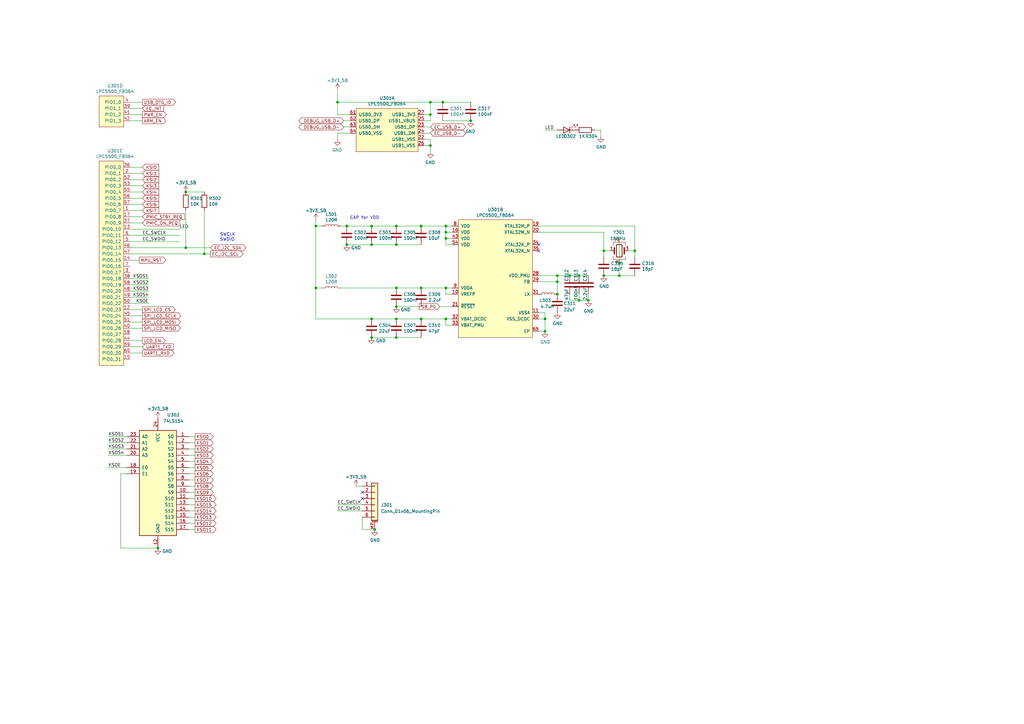
<source format=kicad_sch>
(kicad_sch (version 20210621) (generator eeschema)
  (paper "A3")
  (title_block (title "NekoInk Mainboard") (date "2021-08-18") (rev "R0.1") (company "Copyright 2021 Wenting Zhang") (comment 2 "MERCHANTABILITY, SATISFACTORY QUALITY AND FITNESS FOR A PARTICULAR PURPOSE.") (comment 3 "This source is distributed WITHOUT ANY EXPRESS OR IMPLIED WARRANTY, INCLUDING OF") (comment 4 "This source describes Open Hardware and is licensed under the CERN-OHL-P v2."))
  (lib_symbols
    (symbol "74xx:74LS154" (pin_names (offset 1.016))
      (property "Reference" "U" (at -7.62 21.59 0))
      (property "Value" "74LS154" (at -7.62 -24.13 0))
      (symbol "74LS154_1_0"
        (pin output line (at 12.7 17.78 180) (length 5.08) (name "S0") (number "1"))
        (pin output line (at 12.7 -5.08 180) (length 5.08) (name "S9") (number "10"))
        (pin output line (at 12.7 -7.62 180) (length 5.08) (name "S10") (number "11"))
        (pin power_in line (at 0 -27.94 90) (length 5.08) (name "GND") (number "12"))
        (pin output line (at 12.7 -10.16 180) (length 5.08) (name "S11") (number "13"))
        (pin output line (at 12.7 -12.7 180) (length 5.08) (name "S12") (number "14"))
        (pin output line (at 12.7 -15.24 180) (length 5.08) (name "S13") (number "15"))
        (pin output line (at 12.7 -17.78 180) (length 5.08) (name "S14") (number "16"))
        (pin output line (at 12.7 -20.32 180) (length 5.08) (name "S15") (number "17"))
        (pin input line (at -12.7 5.08 0) (length 5.08) (name "E0") (number "18"))
        (pin input line (at -12.7 2.54 0) (length 5.08) (name "E1") (number "19"))
        (pin output line (at 12.7 15.24 180) (length 5.08) (name "S1") (number "2"))
        (pin input line (at -12.7 10.16 0) (length 5.08) (name "A3") (number "20"))
        (pin input line (at -12.7 12.7 0) (length 5.08) (name "A2") (number "21"))
        (pin input line (at -12.7 15.24 0) (length 5.08) (name "A1") (number "22"))
        (pin input line (at -12.7 17.78 0) (length 5.08) (name "A0") (number "23"))
        (pin power_in line (at 0 25.4 270) (length 5.08) (name "VCC") (number "24"))
        (pin output line (at 12.7 12.7 180) (length 5.08) (name "S2") (number "3"))
        (pin output line (at 12.7 10.16 180) (length 5.08) (name "S3") (number "4"))
        (pin output line (at 12.7 7.62 180) (length 5.08) (name "S4") (number "5"))
        (pin output line (at 12.7 5.08 180) (length 5.08) (name "S5") (number "6"))
        (pin output line (at 12.7 2.54 180) (length 5.08) (name "S6") (number "7"))
        (pin output line (at 12.7 0 180) (length 5.08) (name "S7") (number "8"))
        (pin output line (at 12.7 -2.54 180) (length 5.08) (name "S8") (number "9"))
      )
      (symbol "74LS154_1_1"
        (rectangle (start -7.62 20.32) (end 7.62 -22.86) (stroke (width 0.254)) (fill (type background)))
      )
    )
    (symbol "Connector_Generic_MountingPin:Conn_01x06_MountingPin" (pin_names (offset 1.016) hide)
      (property "Reference" "J" (at 0 7.62 0))
      (property "Value" "Conn_01x06_MountingPin" (at 1.27 -10.16 0))
      (symbol "Conn_01x06_MountingPin_1_1"
        (text "Mounting" (at 0 -9.271 0) (effects (font (size 0.381 0.381))))
        (rectangle (start -1.27 -7.493) (end 0 -7.747) (stroke (width 0.1524)))
        (rectangle (start -1.27 -4.953) (end 0 -5.207) (stroke (width 0.1524)))
        (rectangle (start -1.27 -2.413) (end 0 -2.667) (stroke (width 0.1524)))
        (rectangle (start -1.27 0.127) (end 0 -0.127) (stroke (width 0.1524)))
        (rectangle (start -1.27 2.667) (end 0 2.413) (stroke (width 0.1524)))
        (rectangle (start -1.27 5.207) (end 0 4.953) (stroke (width 0.1524)))
        (rectangle (start -1.27 6.35) (end 1.27 -8.89) (stroke (width 0.254)) (fill (type background)))
        (polyline (pts (xy -1.016 -9.652) (xy 1.016 -9.652)) (stroke (width 0.1524)))
        (pin passive line (at -5.08 5.08 0) (length 3.81) (name "Pin_1") (number "1"))
        (pin passive line (at -5.08 2.54 0) (length 3.81) (name "Pin_2") (number "2"))
        (pin passive line (at -5.08 0 0) (length 3.81) (name "Pin_3") (number "3"))
        (pin passive line (at -5.08 -2.54 0) (length 3.81) (name "Pin_4") (number "4"))
        (pin passive line (at -5.08 -5.08 0) (length 3.81) (name "Pin_5") (number "5"))
        (pin passive line (at -5.08 -7.62 0) (length 3.81) (name "Pin_6") (number "6"))
        (pin passive line (at 0 -12.7 90) (length 3.048) (name "MountPin") (number "MP"))
      )
    )
    (symbol "Device:C" (pin_numbers hide) (pin_names (offset 0.254))
      (property "Reference" "C" (at 0.635 2.54 0))
      (property "Value" "C" (at 0.635 -2.54 0))
      (symbol "C_0_1"
        (polyline (pts (xy -2.032 -0.762) (xy 2.032 -0.762)) (stroke (width 0.508)))
        (polyline (pts (xy -2.032 0.762) (xy 2.032 0.762)) (stroke (width 0.508)))
      )
      (symbol "C_1_1"
        (pin passive line (at 0 3.81 270) (length 2.794) (name "~") (number "1"))
        (pin passive line (at 0 -3.81 90) (length 2.794) (name "~") (number "2"))
      )
    )
    (symbol "Device:Crystal_GND24" (pin_names (offset 1.016) hide)
      (property "Reference" "Y" (at 3.175 5.08 0))
      (property "Value" "Crystal_GND24" (at 3.175 3.175 0))
      (symbol "Crystal_GND24_0_1"
        (rectangle (start -1.143 2.54) (end 1.143 -2.54) (stroke (width 0.3048)))
        (polyline (pts (xy -2.54 0) (xy -2.032 0)))
        (polyline (pts (xy -2.032 -1.27) (xy -2.032 1.27)) (stroke (width 0.508)))
        (polyline (pts (xy 0 -3.81) (xy 0 -3.556)))
        (polyline (pts (xy 0 3.556) (xy 0 3.81)))
        (polyline (pts (xy 2.032 -1.27) (xy 2.032 1.27)) (stroke (width 0.508)))
        (polyline (pts (xy 2.032 0) (xy 2.54 0)))
        (polyline (pts (xy -2.54 -2.286) (xy -2.54 -3.556) (xy 2.54 -3.556) (xy 2.54 -2.286)))
        (polyline (pts (xy -2.54 2.286) (xy -2.54 3.556) (xy 2.54 3.556) (xy 2.54 2.286)))
      )
      (symbol "Crystal_GND24_1_1"
        (pin passive line (at -3.81 0 0) (length 1.27) (name "1") (number "1"))
        (pin passive line (at 0 5.08 270) (length 1.27) (name "2") (number "2"))
        (pin passive line (at 3.81 0 180) (length 1.27) (name "3") (number "3"))
        (pin passive line (at 0 -5.08 90) (length 1.27) (name "4") (number "4"))
      )
    )
    (symbol "Device:L" (pin_numbers hide) (pin_names (offset 1.016) hide)
      (property "Reference" "L" (at -1.27 0 90))
      (property "Value" "L" (at 1.905 0 90))
      (symbol "L_0_1"
        (arc (start 0 -2.54) (end 0 -1.27) (radius (at 0 -1.905) (length 0.635) (angles -89.9 89.9)))
        (arc (start 0 -1.27) (end 0 0) (radius (at 0 -0.635) (length 0.635) (angles -89.9 89.9)))
        (arc (start 0 0) (end 0 1.27) (radius (at 0 0.635) (length 0.635) (angles -89.9 89.9)))
        (arc (start 0 1.27) (end 0 2.54) (radius (at 0 1.905) (length 0.635) (angles -89.9 89.9)))
      )
      (symbol "L_1_1"
        (pin passive line (at 0 3.81 270) (length 1.27) (name "1") (number "1"))
        (pin passive line (at 0 -3.81 90) (length 1.27) (name "2") (number "2"))
      )
    )
    (symbol "Device:LED" (pin_numbers hide) (pin_names (offset 1.016) hide)
      (property "Reference" "D" (at 0 2.54 0))
      (property "Value" "LED" (at 0 -2.54 0))
      (symbol "LED_0_1"
        (polyline (pts (xy -1.27 -1.27) (xy -1.27 1.27)) (stroke (width 0.254)))
        (polyline (pts (xy -1.27 0) (xy 1.27 0)))
        (polyline (pts (xy 1.27 -1.27) (xy 1.27 1.27) (xy -1.27 0) (xy 1.27 -1.27)) (stroke (width 0.254)))
        (polyline (pts (xy -3.048 -0.762) (xy -4.572 -2.286) (xy -3.81 -2.286) (xy -4.572 -2.286) (xy -4.572 -1.524)))
        (polyline (pts (xy -1.778 -0.762) (xy -3.302 -2.286) (xy -2.54 -2.286) (xy -3.302 -2.286) (xy -3.302 -1.524)))
      )
      (symbol "LED_1_1"
        (pin passive line (at -3.81 0 0) (length 2.54) (name "K") (number "1"))
        (pin passive line (at 3.81 0 180) (length 2.54) (name "A") (number "2"))
      )
    )
    (symbol "Device:R" (pin_numbers hide) (pin_names (offset 0))
      (property "Reference" "R" (at 2.032 0 90))
      (property "Value" "R" (at 0 0 90))
      (symbol "R_0_1"
        (rectangle (start -1.016 -2.54) (end 1.016 2.54) (stroke (width 0.254)))
      )
      (symbol "R_1_1"
        (pin passive line (at 0 3.81 270) (length 1.27) (name "~") (number "1"))
        (pin passive line (at 0 -3.81 90) (length 1.27) (name "~") (number "2"))
      )
    )
    (symbol "power:GND" (power) (pin_names (offset 0))
      (property "Value" "GND" (at 0 -3.81 0))
      (symbol "GND_0_1"
        (polyline (pts (xy 0 0) (xy 0 -1.27) (xy 1.27 -1.27) (xy 0 -2.54) (xy -1.27 -1.27) (xy 0 -1.27)))
      )
      (symbol "GND_1_1"
        (pin power_in line (at 0 0 270) (length 0) hide (name "GND") (number "1"))
      )
    )
    (symbol "symbols:+3V3_SB" (power) (pin_names (offset 0))
      (property "Value" "+3V3_SB" (at 0 3.556 0))
      (symbol "+3V3_SB_0_1"
        (polyline (pts (xy -0.762 1.27) (xy 0 2.54)))
        (polyline (pts (xy 0 0) (xy 0 2.54)))
        (polyline (pts (xy 0 2.54) (xy 0.762 1.27)))
      )
      (symbol "+3V3_SB_1_1"
        (pin power_in line (at 0 0 90) (length 0) hide (name "+3V3_SB") (number "1"))
      )
    )
    (symbol "symbols:LPC5500_FBD64" (pin_names (offset 1.016))
      (property "Reference" "U" (at 0 10.16 0))
      (property "Value" "LPC5500_FBD64" (at 0 12.7 0))
      (symbol "LPC5500_FBD64_1_1"
        (rectangle (start -12.7 7.62) (end 12.7 -10.16) (fill (type background)))
        (pin power_in line (at 15.24 -5.08 180) (length 2.54) (name "USB1_VSS") (number "22"))
        (pin bidirectional line (at 15.24 0 180) (length 2.54) (name "USB1_DP") (number "23"))
        (pin bidirectional line (at 15.24 -2.54 180) (length 2.54) (name "USB1_DM") (number "24"))
        (pin power_in line (at 15.24 2.54 180) (length 2.54) (name "USB1_VBUS") (number "25"))
        (pin power_in line (at 15.24 -7.62 180) (length 2.54) (name "USB1_VSS") (number "26"))
        (pin power_in line (at 15.24 5.08 180) (length 2.54) (name "USB1_3V3") (number "27"))
        (pin power_in line (at -15.24 5.08 0) (length 2.54) (name "USB0_3V3") (number "61"))
        (pin bidirectional line (at -15.24 2.54 0) (length 2.54) (name "USB0_DP") (number "62"))
        (pin bidirectional line (at -15.24 0 0) (length 2.54) (name "USB0_DM") (number "63"))
        (pin power_in line (at -15.24 -2.54 0) (length 2.54) (name "USB0_VSS") (number "64"))
      )
      (symbol "LPC5500_FBD64_2_1"
        (rectangle (start -15.24 5.08) (end 15.24 -43.18) (fill (type background)))
        (pin power_in line (at -17.78 -25.4 0) (length 2.54) (name "VREFP") (number "10"))
        (pin power_in line (at 17.78 -33.02 180) (length 2.54) (name "VSSA") (number "11"))
        (pin power_in line (at -17.78 0 0) (length 2.54) (name "VDD") (number "16"))
        (pin input line (at 17.78 2.54 180) (length 2.54) (name "XTAL32M_P") (number "19"))
        (pin input line (at 17.78 0 180) (length 2.54) (name "XTAL32M_N") (number "20"))
        (pin input line (at -17.78 -30.48 0) (length 2.54) (name "~{RESET}") (number "21"))
        (pin power_in line (at 17.78 -17.78 180) (length 2.54) (name "VDD_PMU") (number "28"))
        (pin power_in line (at 17.78 -20.32 180) (length 2.54) (name "FB") (number "29"))
        (pin power_in line (at 17.78 -35.56 180) (length 2.54) (name "VSS_DCDC") (number "30"))
        (pin power_out line (at 17.78 -25.4 180) (length 2.54) (name "LX") (number "31"))
        (pin power_in line (at -17.78 -35.56 0) (length 2.54) (name "VBAT_DCDC") (number "32"))
        (pin power_in line (at -17.78 -38.1 0) (length 2.54) (name "VBAT_PMU") (number "33"))
        (pin input line (at 17.78 -5.08 180) (length 2.54) (name "XTAL32K_P") (number "34"))
        (pin input line (at 17.78 -7.62 180) (length 2.54) (name "XTAL32K_N") (number "35"))
        (pin power_in line (at -17.78 -2.54 0) (length 2.54) (name "VDD") (number "43"))
        (pin power_in line (at -17.78 -5.08 0) (length 2.54) (name "VDD") (number "54"))
        (pin power_in line (at 17.78 -40.64 180) (length 2.54) (name "EP") (number "65"))
        (pin power_in line (at -17.78 2.54 0) (length 2.54) (name "VDD") (number "8"))
        (pin power_in line (at -17.78 -22.86 0) (length 2.54) (name "VDDA") (number "9"))
      )
      (symbol "LPC5500_FBD64_3_1"
        (rectangle (start -5.08 7.62) (end 5.08 -76.2) (fill (type background)))
        (pin bidirectional line (at -7.62 -12.7 0) (length 2.54) (name "PIO0_7") (number "1"))
        (pin bidirectional line (at -7.62 -53.34 0) (length 2.54) (name "PIO0_23") (number "12"))
        (pin bidirectional line (at -7.62 -20.32 0) (length 2.54) (name "PIO0_10") (number "13"))
        (pin bidirectional line (at -7.62 -33.02 0) (length 2.54) (name "PIO0_15") (number "14"))
        (pin bidirectional line (at -7.62 -73.66 0) (length 2.54) (name "PIO0_31") (number "15"))
        (pin bidirectional line (at -7.62 -15.24 0) (length 2.54) (name "PIO0_8") (number "17"))
        (pin bidirectional line (at -7.62 -63.5 0) (length 2.54) (name "PIO0_27") (number "18"))
        (pin bidirectional line (at -7.62 2.54 0) (length 2.54) (name "PIO0_1") (number "2"))
        (pin bidirectional line (at -7.62 -38.1 0) (length 2.54) (name "PIO0_17") (number "3"))
        (pin bidirectional line (at -7.62 5.08 0) (length 2.54) (name "PIO0_0") (number "36"))
        (pin bidirectional line (at -7.62 -17.78 0) (length 2.54) (name "PIO0_9") (number "37"))
        (pin bidirectional line (at -7.62 -40.64 0) (length 2.54) (name "PIO0_18") (number "38"))
        (pin bidirectional line (at -7.62 -60.96 0) (length 2.54) (name "PIO0_26") (number "40"))
        (pin bidirectional line (at -7.62 -66.04 0) (length 2.54) (name "PIO0_28") (number "44"))
        (pin bidirectional line (at -7.62 -55.88 0) (length 2.54) (name "PIO0_24") (number "45"))
        (pin bidirectional line (at -7.62 -27.94 0) (length 2.54) (name "PIO0_13") (number "46"))
        (pin bidirectional line (at -7.62 -30.48 0) (length 2.54) (name "PIO0_14") (number "47"))
        (pin bidirectional line (at -7.62 -45.72 0) (length 2.54) (name "PIO0_20") (number "48"))
        (pin bidirectional line (at -7.62 -48.26 0) (length 2.54) (name "PIO0_21") (number "49"))
        (pin bidirectional line (at -7.62 -25.4 0) (length 2.54) (name "PIO0_12") (number "5"))
        (pin bidirectional line (at -7.62 -50.8 0) (length 2.54) (name "PIO0_22") (number "50"))
        (pin bidirectional line (at -7.62 -58.42 0) (length 2.54) (name "PIO0_25") (number "51"))
        (pin bidirectional line (at -7.62 0 0) (length 2.54) (name "PIO0_2") (number "52"))
        (pin bidirectional line (at -7.62 -2.54 0) (length 2.54) (name "PIO0_3") (number "53"))
        (pin bidirectional line (at -7.62 -5.08 0) (length 2.54) (name "PIO0_4") (number "55"))
        (pin bidirectional line (at -7.62 -7.62 0) (length 2.54) (name "PIO0_5") (number "56"))
        (pin bidirectional line (at -7.62 -10.16 0) (length 2.54) (name "PIO0_6") (number "57"))
        (pin bidirectional line (at -7.62 -43.18 0) (length 2.54) (name "PIO0_19") (number "58"))
        (pin bidirectional line (at -7.62 -68.58 0) (length 2.54) (name "PIO0_29") (number "59"))
        (pin bidirectional line (at -7.62 -22.86 0) (length 2.54) (name "PIO0_11") (number "6"))
        (pin bidirectional line (at -7.62 -71.12 0) (length 2.54) (name "PIO0_30") (number "60"))
        (pin bidirectional line (at -7.62 -35.56 0) (length 2.54) (name "PIO0_16") (number "7"))
      )
      (symbol "LPC5500_FBD64_4_1"
        (rectangle (start -5.08 7.62) (end 5.08 -5.08) (fill (type background)))
        (pin bidirectional line (at -7.62 2.54 0) (length 2.54) (name "PIO1_1") (number "39"))
        (pin bidirectional line (at -7.62 5.08 0) (length 2.54) (name "PIO1_0") (number "4"))
        (pin bidirectional line (at -7.62 0 0) (length 2.54) (name "PIO1_2") (number "41"))
        (pin bidirectional line (at -7.62 -2.54 0) (length 2.54) (name "PIO1_3") (number "42"))
      )
    )
  )
  (junction (at 64.77 224.79) (diameter 0.9144))
  (junction (at 76.2 78.74) (diameter 0.9144))
  (junction (at 76.2 101.6) (diameter 0.9144))
  (junction (at 83.82 104.14) (diameter 0.9144))
  (junction (at 129.54 92.71) (diameter 0.9144))
  (junction (at 129.54 118.11) (diameter 0.9144))
  (junction (at 138.43 41.91) (diameter 0.9144))
  (junction (at 142.24 92.71) (diameter 0.9144))
  (junction (at 142.24 100.33) (diameter 0.9144))
  (junction (at 152.4 92.71) (diameter 0.9144))
  (junction (at 152.4 100.33) (diameter 0.9144))
  (junction (at 152.4 130.81) (diameter 0.9144))
  (junction (at 152.4 138.43) (diameter 0.9144))
  (junction (at 153.67 217.17) (diameter 0.9144))
  (junction (at 162.56 92.71) (diameter 0.9144))
  (junction (at 162.56 100.33) (diameter 0.9144))
  (junction (at 162.56 118.11) (diameter 0.9144))
  (junction (at 162.56 125.73) (diameter 0.9144))
  (junction (at 162.56 130.81) (diameter 0.9144))
  (junction (at 162.56 138.43) (diameter 0.9144))
  (junction (at 172.72 92.71) (diameter 0.9144))
  (junction (at 172.72 118.11) (diameter 0.9144))
  (junction (at 172.72 130.81) (diameter 0.9144))
  (junction (at 176.53 41.91) (diameter 0.9144))
  (junction (at 176.53 46.99) (diameter 0.9144))
  (junction (at 176.53 59.69) (diameter 0.9144))
  (junction (at 181.61 41.91) (diameter 0.9144))
  (junction (at 182.88 92.71) (diameter 0.9144))
  (junction (at 182.88 95.25) (diameter 0.9144))
  (junction (at 182.88 97.79) (diameter 0.9144))
  (junction (at 182.88 118.11) (diameter 0.9144))
  (junction (at 182.88 130.81) (diameter 0.9144))
  (junction (at 193.04 49.53) (diameter 0.9144))
  (junction (at 223.52 130.81) (diameter 0.9144))
  (junction (at 223.52 135.89) (diameter 0.9144))
  (junction (at 228.6 113.03) (diameter 0.9144))
  (junction (at 228.6 115.57) (diameter 0.9144))
  (junction (at 228.6 120.65) (diameter 0.9144))
  (junction (at 233.68 113.03) (diameter 0.9144))
  (junction (at 237.49 113.03) (diameter 0.9144))
  (junction (at 237.49 123.19) (diameter 0.9144))
  (junction (at 241.3 123.19) (diameter 0.9144))
  (junction (at 247.65 102.87) (diameter 0.9144))
  (junction (at 247.65 113.03) (diameter 0.9144))
  (junction (at 254 107.95) (diameter 0.9144))
  (junction (at 254 113.03) (diameter 0.9144))
  (junction (at 260.35 102.87) (diameter 0.9144))
  (no_connect (at 148.59 201.93))
  (no_connect (at 148.59 204.47))
  (no_connect (at 220.98 100.33))
  (no_connect (at 220.98 102.87))
  (wire (pts (xy 44.45 179.07) (xy 52.07 179.07)))
  (wire (pts (xy 44.45 181.61) (xy 52.07 181.61)))
  (wire (pts (xy 44.45 184.15) (xy 52.07 184.15)))
  (wire (pts (xy 44.45 186.69) (xy 52.07 186.69)))
  (wire (pts (xy 44.45 191.77) (xy 52.07 191.77)))
  (wire (pts (xy 49.53 194.31) (xy 49.53 224.79)))
  (wire (pts (xy 49.53 224.79) (xy 64.77 224.79)))
  (wire (pts (xy 52.07 194.31) (xy 49.53 194.31)))
  (wire (pts (xy 53.34 41.91) (xy 58.42 41.91)))
  (wire (pts (xy 53.34 44.45) (xy 58.42 44.45)))
  (wire (pts (xy 53.34 46.99) (xy 58.42 46.99)))
  (wire (pts (xy 53.34 49.53) (xy 58.42 49.53)))
  (wire (pts (xy 53.34 68.58) (xy 58.42 68.58)))
  (wire (pts (xy 53.34 71.12) (xy 58.42 71.12)))
  (wire (pts (xy 53.34 73.66) (xy 58.42 73.66)))
  (wire (pts (xy 53.34 76.2) (xy 58.42 76.2)))
  (wire (pts (xy 53.34 78.74) (xy 58.42 78.74)))
  (wire (pts (xy 53.34 81.28) (xy 58.42 81.28)))
  (wire (pts (xy 53.34 83.82) (xy 58.42 83.82)))
  (wire (pts (xy 53.34 86.36) (xy 58.42 86.36)))
  (wire (pts (xy 53.34 88.9) (xy 58.42 88.9)))
  (wire (pts (xy 53.34 91.44) (xy 58.42 91.44)))
  (wire (pts (xy 53.34 93.98) (xy 73.66 93.98)))
  (wire (pts (xy 53.34 96.52) (xy 73.66 96.52)))
  (wire (pts (xy 53.34 99.06) (xy 73.66 99.06)))
  (wire (pts (xy 53.34 101.6) (xy 76.2 101.6)))
  (wire (pts (xy 53.34 104.14) (xy 83.82 104.14)))
  (wire (pts (xy 53.34 106.68) (xy 57.15 106.68)))
  (wire (pts (xy 53.34 127) (xy 58.42 127)))
  (wire (pts (xy 53.34 129.54) (xy 58.42 129.54)))
  (wire (pts (xy 53.34 132.08) (xy 58.42 132.08)))
  (wire (pts (xy 53.34 134.62) (xy 58.42 134.62)))
  (wire (pts (xy 53.34 139.7) (xy 58.42 139.7)))
  (wire (pts (xy 53.34 142.24) (xy 58.42 142.24)))
  (wire (pts (xy 53.34 144.78) (xy 58.42 144.78)))
  (wire (pts (xy 60.96 114.3) (xy 53.34 114.3)))
  (wire (pts (xy 60.96 116.84) (xy 53.34 116.84)))
  (wire (pts (xy 60.96 119.38) (xy 53.34 119.38)))
  (wire (pts (xy 60.96 121.92) (xy 53.34 121.92)))
  (wire (pts (xy 60.96 124.46) (xy 53.34 124.46)))
  (wire (pts (xy 76.2 78.74) (xy 83.82 78.74)))
  (wire (pts (xy 76.2 86.36) (xy 76.2 101.6)))
  (wire (pts (xy 76.2 101.6) (xy 86.36 101.6)))
  (wire (pts (xy 77.47 179.07) (xy 80.01 179.07)))
  (wire (pts (xy 77.47 181.61) (xy 80.01 181.61)))
  (wire (pts (xy 77.47 184.15) (xy 80.01 184.15)))
  (wire (pts (xy 77.47 186.69) (xy 80.01 186.69)))
  (wire (pts (xy 77.47 189.23) (xy 80.01 189.23)))
  (wire (pts (xy 77.47 191.77) (xy 80.01 191.77)))
  (wire (pts (xy 77.47 194.31) (xy 80.01 194.31)))
  (wire (pts (xy 77.47 196.85) (xy 80.01 196.85)))
  (wire (pts (xy 77.47 199.39) (xy 80.01 199.39)))
  (wire (pts (xy 77.47 201.93) (xy 80.01 201.93)))
  (wire (pts (xy 77.47 204.47) (xy 80.01 204.47)))
  (wire (pts (xy 77.47 207.01) (xy 80.01 207.01)))
  (wire (pts (xy 77.47 209.55) (xy 80.01 209.55)))
  (wire (pts (xy 77.47 212.09) (xy 80.01 212.09)))
  (wire (pts (xy 77.47 214.63) (xy 80.01 214.63)))
  (wire (pts (xy 77.47 217.17) (xy 80.01 217.17)))
  (wire (pts (xy 83.82 86.36) (xy 83.82 104.14)))
  (wire (pts (xy 83.82 104.14) (xy 86.36 104.14)))
  (wire (pts (xy 129.54 90.17) (xy 129.54 92.71)))
  (wire (pts (xy 129.54 92.71) (xy 129.54 118.11)))
  (wire (pts (xy 129.54 92.71) (xy 132.08 92.71)))
  (wire (pts (xy 129.54 118.11) (xy 132.08 118.11)))
  (wire (pts (xy 129.54 130.81) (xy 129.54 118.11)))
  (wire (pts (xy 129.54 130.81) (xy 152.4 130.81)))
  (wire (pts (xy 138.43 36.83) (xy 138.43 41.91)))
  (wire (pts (xy 138.43 41.91) (xy 138.43 46.99)))
  (wire (pts (xy 138.43 41.91) (xy 176.53 41.91)))
  (wire (pts (xy 138.43 46.99) (xy 143.51 46.99)))
  (wire (pts (xy 138.43 54.61) (xy 138.43 57.15)))
  (wire (pts (xy 138.43 54.61) (xy 143.51 54.61)))
  (wire (pts (xy 138.43 207.01) (xy 148.59 207.01)))
  (wire (pts (xy 138.43 209.55) (xy 148.59 209.55)))
  (wire (pts (xy 139.7 92.71) (xy 142.24 92.71)))
  (wire (pts (xy 139.7 118.11) (xy 162.56 118.11)))
  (wire (pts (xy 140.97 49.53) (xy 143.51 49.53)))
  (wire (pts (xy 140.97 52.07) (xy 143.51 52.07)))
  (wire (pts (xy 146.05 199.39) (xy 148.59 199.39)))
  (wire (pts (xy 148.59 212.09) (xy 148.59 217.17)))
  (wire (pts (xy 148.59 217.17) (xy 153.67 217.17)))
  (wire (pts (xy 152.4 92.71) (xy 142.24 92.71)))
  (wire (pts (xy 152.4 92.71) (xy 162.56 92.71)))
  (wire (pts (xy 152.4 100.33) (xy 142.24 100.33)))
  (wire (pts (xy 152.4 130.81) (xy 162.56 130.81)))
  (wire (pts (xy 162.56 92.71) (xy 172.72 92.71)))
  (wire (pts (xy 162.56 100.33) (xy 152.4 100.33)))
  (wire (pts (xy 162.56 100.33) (xy 172.72 100.33)))
  (wire (pts (xy 162.56 118.11) (xy 172.72 118.11)))
  (wire (pts (xy 162.56 138.43) (xy 152.4 138.43)))
  (wire (pts (xy 172.72 92.71) (xy 182.88 92.71)))
  (wire (pts (xy 172.72 118.11) (xy 182.88 118.11)))
  (wire (pts (xy 172.72 125.73) (xy 162.56 125.73)))
  (wire (pts (xy 172.72 130.81) (xy 162.56 130.81)))
  (wire (pts (xy 172.72 138.43) (xy 162.56 138.43)))
  (wire (pts (xy 173.99 46.99) (xy 176.53 46.99)))
  (wire (pts (xy 173.99 49.53) (xy 176.53 49.53)))
  (wire (pts (xy 173.99 57.15) (xy 176.53 57.15)))
  (wire (pts (xy 173.99 59.69) (xy 176.53 59.69)))
  (wire (pts (xy 176.53 41.91) (xy 176.53 46.99)))
  (wire (pts (xy 176.53 41.91) (xy 181.61 41.91)))
  (wire (pts (xy 176.53 49.53) (xy 176.53 46.99)))
  (wire (pts (xy 176.53 52.07) (xy 173.99 52.07)))
  (wire (pts (xy 176.53 54.61) (xy 173.99 54.61)))
  (wire (pts (xy 176.53 57.15) (xy 176.53 59.69)))
  (wire (pts (xy 176.53 59.69) (xy 176.53 62.23)))
  (wire (pts (xy 180.34 125.73) (xy 185.42 125.73)))
  (wire (pts (xy 181.61 41.91) (xy 193.04 41.91)))
  (wire (pts (xy 181.61 49.53) (xy 193.04 49.53)))
  (wire (pts (xy 182.88 92.71) (xy 185.42 92.71)))
  (wire (pts (xy 182.88 95.25) (xy 182.88 92.71)))
  (wire (pts (xy 182.88 97.79) (xy 182.88 95.25)))
  (wire (pts (xy 182.88 100.33) (xy 182.88 97.79)))
  (wire (pts (xy 182.88 118.11) (xy 185.42 118.11)))
  (wire (pts (xy 182.88 120.65) (xy 182.88 118.11)))
  (wire (pts (xy 182.88 130.81) (xy 172.72 130.81)))
  (wire (pts (xy 182.88 133.35) (xy 182.88 130.81)))
  (wire (pts (xy 185.42 95.25) (xy 182.88 95.25)))
  (wire (pts (xy 185.42 97.79) (xy 182.88 97.79)))
  (wire (pts (xy 185.42 100.33) (xy 182.88 100.33)))
  (wire (pts (xy 185.42 120.65) (xy 182.88 120.65)))
  (wire (pts (xy 185.42 130.81) (xy 182.88 130.81)))
  (wire (pts (xy 185.42 133.35) (xy 182.88 133.35)))
  (wire (pts (xy 220.98 92.71) (xy 260.35 92.71)))
  (wire (pts (xy 220.98 95.25) (xy 247.65 95.25)))
  (wire (pts (xy 220.98 115.57) (xy 228.6 115.57)))
  (wire (pts (xy 220.98 128.27) (xy 223.52 128.27)))
  (wire (pts (xy 220.98 130.81) (xy 223.52 130.81)))
  (wire (pts (xy 220.98 135.89) (xy 223.52 135.89)))
  (wire (pts (xy 223.52 53.34) (xy 228.6 53.34)))
  (wire (pts (xy 223.52 128.27) (xy 223.52 130.81)))
  (wire (pts (xy 223.52 130.81) (xy 223.52 135.89)))
  (wire (pts (xy 228.6 113.03) (xy 220.98 113.03)))
  (wire (pts (xy 228.6 115.57) (xy 228.6 113.03)))
  (wire (pts (xy 228.6 115.57) (xy 228.6 120.65)))
  (wire (pts (xy 233.68 113.03) (xy 228.6 113.03)))
  (wire (pts (xy 233.68 120.65) (xy 233.68 123.19)))
  (wire (pts (xy 233.68 123.19) (xy 237.49 123.19)))
  (wire (pts (xy 237.49 113.03) (xy 233.68 113.03)))
  (wire (pts (xy 237.49 120.65) (xy 237.49 123.19)))
  (wire (pts (xy 237.49 123.19) (xy 241.3 123.19)))
  (wire (pts (xy 241.3 113.03) (xy 237.49 113.03)))
  (wire (pts (xy 241.3 120.65) (xy 241.3 123.19)))
  (wire (pts (xy 243.84 53.34) (xy 246.38 53.34)))
  (wire (pts (xy 246.38 53.34) (xy 246.38 55.88)))
  (wire (pts (xy 247.65 102.87) (xy 247.65 95.25)))
  (wire (pts (xy 247.65 105.41) (xy 247.65 102.87)))
  (wire (pts (xy 250.19 102.87) (xy 247.65 102.87)))
  (wire (pts (xy 254 97.79) (xy 254 107.95)))
  (wire (pts (xy 254 107.95) (xy 254 113.03)))
  (wire (pts (xy 254 113.03) (xy 247.65 113.03)))
  (wire (pts (xy 257.81 102.87) (xy 260.35 102.87)))
  (wire (pts (xy 260.35 92.71) (xy 260.35 102.87)))
  (wire (pts (xy 260.35 102.87) (xy 260.35 105.41)))
  (wire (pts (xy 260.35 113.03) (xy 254 113.03)))
  (text "SWCLK\nSWDIO" (at 90.17 99.06 0) (effects (font (size 1.27 1.27)) (justify left bottom)))
  (text "CAP for VDD" (at 143.51 90.17 0) (effects (font (size 1.27 1.27)) (justify left bottom)))
  (label "KSOS1" (at 44.45 179.07 0))
  (label "KSOS2" (at 44.45 181.61 0))
  (label "KSOS3" (at 44.45 184.15 0))
  (label "KSOS4" (at 44.45 186.69 0))
  (label "KSOE" (at 44.45 191.77 0))
  (label "EC_SWCLK" (at 58.42 96.52 0))
  (label "EC_SWDIO" (at 58.42 99.06 0))
  (label "KSOS1" (at 60.96 114.3 180))
  (label "KSOS2" (at 60.96 116.84 180))
  (label "KSOS3" (at 60.96 119.38 180))
  (label "KSOS4" (at 60.96 121.92 180))
  (label "KSOE" (at 60.96 124.46 180))
  (label "LED" (at 73.66 93.98 0))
  (label "EC_SWCLK" (at 138.43 207.01 0))
  (label "EC_SWDIO" (at 138.43 209.55 0))
  (label "LED" (at 223.52 53.34 0))
  (global_label "MPU_RST" (shape output) (at 57.15 106.68 0) (property "Intersheet References" "${INTERSHEET_REFS}" (effects hide)))
  (global_label "USB_OTG_ID" (shape output) (at 58.42 41.91 0) (property "Intersheet References" "${INTERSHEET_REFS}" (effects hide)))
  (global_label "EC_INT" (shape input) (at 58.42 44.45 0) (property "Intersheet References" "${INTERSHEET_REFS}" (effects hide)))
  (global_label "PWR_EN" (shape output) (at 58.42 46.99 0) (property "Intersheet References" "${INTERSHEET_REFS}" (effects hide)))
  (global_label "ARM_EN" (shape output) (at 58.42 49.53 0) (property "Intersheet References" "${INTERSHEET_REFS}" (effects hide)))
  (global_label "KSI0" (shape input) (at 58.42 68.58 0) (property "Intersheet References" "${INTERSHEET_REFS}" (effects hide)))
  (global_label "KSI1" (shape input) (at 58.42 71.12 0) (property "Intersheet References" "${INTERSHEET_REFS}" (effects hide)))
  (global_label "KSI2" (shape input) (at 58.42 73.66 0) (property "Intersheet References" "${INTERSHEET_REFS}" (effects hide)))
  (global_label "KSI3" (shape input) (at 58.42 76.2 0) (property "Intersheet References" "${INTERSHEET_REFS}" (effects hide)))
  (global_label "KSI4" (shape input) (at 58.42 78.74 0) (property "Intersheet References" "${INTERSHEET_REFS}" (effects hide)))
  (global_label "KSI5" (shape input) (at 58.42 81.28 0) (property "Intersheet References" "${INTERSHEET_REFS}" (effects hide)))
  (global_label "KSI6" (shape input) (at 58.42 83.82 0) (property "Intersheet References" "${INTERSHEET_REFS}" (effects hide)))
  (global_label "KSI7" (shape input) (at 58.42 86.36 0) (property "Intersheet References" "${INTERSHEET_REFS}" (effects hide)))
  (global_label "PMIC_STBY_REQ" (shape input) (at 58.42 88.9 0) (property "Intersheet References" "${INTERSHEET_REFS}" (effects hide)))
  (global_label "PMIC_ON_REQ" (shape input) (at 58.42 91.44 0) (property "Intersheet References" "${INTERSHEET_REFS}" (effects hide)))
  (global_label "SPI_LCD_CS" (shape output) (at 58.42 127 0) (property "Intersheet References" "${INTERSHEET_REFS}" (effects hide)))
  (global_label "SPI_LCD_SCLK" (shape output) (at 58.42 129.54 0) (property "Intersheet References" "${INTERSHEET_REFS}" (effects hide)))
  (global_label "SPI_LCD_MOSI" (shape output) (at 58.42 132.08 0) (property "Intersheet References" "${INTERSHEET_REFS}" (effects hide)))
  (global_label "SPI_LCD_MISO" (shape output) (at 58.42 134.62 0) (property "Intersheet References" "${INTERSHEET_REFS}" (effects hide)))
  (global_label "LCD_EN" (shape output) (at 58.42 139.7 0) (property "Intersheet References" "${INTERSHEET_REFS}" (effects hide)))
  (global_label "UART1_TXD" (shape input) (at 58.42 142.24 0) (property "Intersheet References" "${INTERSHEET_REFS}" (effects hide)))
  (global_label "UART1_RXD" (shape output) (at 58.42 144.78 0) (property "Intersheet References" "${INTERSHEET_REFS}" (effects hide)))
  (global_label "KSO0" (shape output) (at 80.01 179.07 0) (property "Intersheet References" "${INTERSHEET_REFS}" (effects hide)))
  (global_label "KSO1" (shape output) (at 80.01 181.61 0) (property "Intersheet References" "${INTERSHEET_REFS}" (effects hide)))
  (global_label "KSO2" (shape output) (at 80.01 184.15 0) (property "Intersheet References" "${INTERSHEET_REFS}" (effects hide)))
  (global_label "KSO3" (shape output) (at 80.01 186.69 0) (property "Intersheet References" "${INTERSHEET_REFS}" (effects hide)))
  (global_label "KSO4" (shape output) (at 80.01 189.23 0) (property "Intersheet References" "${INTERSHEET_REFS}" (effects hide)))
  (global_label "KSO5" (shape output) (at 80.01 191.77 0) (property "Intersheet References" "${INTERSHEET_REFS}" (effects hide)))
  (global_label "KSO6" (shape output) (at 80.01 194.31 0) (property "Intersheet References" "${INTERSHEET_REFS}" (effects hide)))
  (global_label "KSO7" (shape output) (at 80.01 196.85 0) (property "Intersheet References" "${INTERSHEET_REFS}" (effects hide)))
  (global_label "KSO8" (shape output) (at 80.01 199.39 0) (property "Intersheet References" "${INTERSHEET_REFS}" (effects hide)))
  (global_label "KSO9" (shape output) (at 80.01 201.93 0) (property "Intersheet References" "${INTERSHEET_REFS}" (effects hide)))
  (global_label "KSO10" (shape output) (at 80.01 204.47 0) (property "Intersheet References" "${INTERSHEET_REFS}" (effects hide)))
  (global_label "KSO15" (shape output) (at 80.01 207.01 0) (property "Intersheet References" "${INTERSHEET_REFS}" (effects hide)))
  (global_label "KSO14" (shape output) (at 80.01 209.55 0) (property "Intersheet References" "${INTERSHEET_REFS}" (effects hide)))
  (global_label "KSO13" (shape output) (at 80.01 212.09 0) (property "Intersheet References" "${INTERSHEET_REFS}" (effects hide)))
  (global_label "KSO12" (shape output) (at 80.01 214.63 0) (property "Intersheet References" "${INTERSHEET_REFS}" (effects hide)))
  (global_label "KSO11" (shape output) (at 80.01 217.17 0) (property "Intersheet References" "${INTERSHEET_REFS}" (effects hide)))
  (global_label "EC_I2C_SDA" (shape bidirectional) (at 86.36 101.6 0) (property "Intersheet References" "${INTERSHEET_REFS}" (effects hide)))
  (global_label "EC_I2C_SCL" (shape output) (at 86.36 104.14 0) (property "Intersheet References" "${INTERSHEET_REFS}" (effects hide)))
  (global_label "DEBUG_USB_D+" (shape bidirectional) (at 140.97 49.53 180) (property "Intersheet References" "${INTERSHEET_REFS}" (effects hide)))
  (global_label "DEBUG_USB_D-" (shape bidirectional) (at 140.97 52.07 180) (property "Intersheet References" "${INTERSHEET_REFS}" (effects hide)))
  (global_label "EC_USB_D+" (shape bidirectional) (at 176.53 52.07 0) (property "Intersheet References" "${INTERSHEET_REFS}" (effects hide)))
  (global_label "EC_USB_D-" (shape bidirectional) (at 176.53 54.61 0) (property "Intersheet References" "${INTERSHEET_REFS}" (effects hide)))
  (global_label "SB_PG" (shape input) (at 180.34 125.73 180) (property "Intersheet References" "${INTERSHEET_REFS}" (effects hide)))
  (symbol (lib_id "symbols:+3V3_SB") (at 64.77 171.45 0) (unit 1)
    (property "Reference" "#PWR0166" (effects hide))
    (property "Value" "+3V3_SB" (at 64.77 167.64 0))
  )
  (symbol (lib_id "symbols:+3V3_SB") (at 76.2 78.74 0) (unit 1)
    (property "Reference" "#PWR0301" (effects hide))
    (property "Value" "+3V3_SB" (at 76.2 74.93 0))
  )
  (symbol (lib_id "symbols:+3V3_SB") (at 129.54 90.17 0) (unit 1)
    (property "Reference" "#PWR0304" (effects hide))
    (property "Value" "+3V3_SB" (at 129.54 86.36 0))
  )
  (symbol (lib_id "symbols:+3V3_SB") (at 138.43 36.83 0) (unit 1)
    (property "Reference" "#PWR0305" (effects hide))
    (property "Value" "+3V3_SB" (at 138.43 33.02 0))
  )
  (symbol (lib_id "symbols:+3V3_SB") (at 146.05 199.39 0) (unit 1)
    (property "Reference" "#PWR0302" (effects hide))
    (property "Value" "+3V3_SB" (at 146.05 195.58 0))
  )
  (symbol (lib_id "power:GND") (at 64.77 224.79 0) (unit 1)
    (property "Reference" "#PWR0163" (effects hide))
    (property "Value" "GND" (at 68.58 226.06 0))
  )
  (symbol (lib_id "power:GND") (at 138.43 57.15 0) (mirror y) (unit 1)
    (property "Reference" "#PWR0306" (effects hide))
    (property "Value" "GND" (at 138.303 61.5442 0))
  )
  (symbol (lib_id "power:GND") (at 142.24 100.33 0) (unit 1)
    (property "Reference" "#PWR0307" (effects hide))
    (property "Value" "GND" (at 146.05 101.6 0))
  )
  (symbol (lib_id "power:GND") (at 152.4 138.43 0) (unit 1)
    (property "Reference" "#PWR0308" (effects hide))
    (property "Value" "GND" (at 156.21 139.7 0))
  )
  (symbol (lib_id "power:GND") (at 153.67 217.17 0) (unit 1)
    (property "Reference" "#PWR0156" (effects hide))
    (property "Value" "GND" (at 153.797 221.5642 0))
  )
  (symbol (lib_id "power:GND") (at 162.56 125.73 0) (unit 1)
    (property "Reference" "#PWR0309" (effects hide))
    (property "Value" "GND" (at 166.37 127 0))
  )
  (symbol (lib_id "power:GND") (at 176.53 62.23 0) (mirror y) (unit 1)
    (property "Reference" "#PWR0310" (effects hide))
    (property "Value" "GND" (at 176.403 66.6242 0))
  )
  (symbol (lib_id "power:GND") (at 193.04 49.53 0) (mirror y) (unit 1)
    (property "Reference" "#PWR0303" (effects hide))
    (property "Value" "GND" (at 192.913 53.9242 0))
  )
  (symbol (lib_id "power:GND") (at 223.52 135.89 0) (unit 1)
    (property "Reference" "#PWR0311" (effects hide))
    (property "Value" "GND" (at 223.647 140.2842 0))
  )
  (symbol (lib_id "power:GND") (at 228.6 128.27 0) (unit 1)
    (property "Reference" "#PWR0312" (effects hide))
    (property "Value" "GND" (at 228.727 132.6642 0))
  )
  (symbol (lib_id "power:GND") (at 241.3 123.19 0) (unit 1)
    (property "Reference" "#PWR0313" (effects hide))
    (property "Value" "GND" (at 241.427 127.5842 0))
  )
  (symbol (lib_id "power:GND") (at 246.38 55.88 0) (unit 1)
    (property "Reference" "#PWR0314" (effects hide))
    (property "Value" "GND" (at 246.507 60.2742 0))
  )
  (symbol (lib_id "power:GND") (at 247.65 113.03 0) (unit 1)
    (property "Reference" "#PWR0315" (effects hide))
    (property "Value" "GND" (at 247.777 117.4242 0))
  )
  (symbol (lib_id "Device:L") (at 135.89 92.71 90) (unit 1)
    (property "Reference" "L301" (at 135.89 87.884 90))
    (property "Value" "120R" (at 135.89 90.1954 90))
    (property "Footprint" "Inductor_SMD:L_0603_1608Metric" (effects hide))
  )
  (symbol (lib_id "Device:L") (at 135.89 118.11 90) (unit 1)
    (property "Reference" "L302" (at 135.89 113.284 90))
    (property "Value" "120R" (at 135.89 115.5954 90))
    (property "Footprint" "Inductor_SMD:L_0603_1608Metric" (effects hide))
  )
  (symbol (lib_id "Device:L") (at 224.79 120.65 90) (unit 1)
    (property "Reference" "L303" (at 226.06 123.19 90) (effects (justify left)))
    (property "Value" "4.7uH" (at 227.33 125.73 90) (effects (justify left)))
    (property "Footprint" "Inductor_SMD:L_Vishay_IHLP-1212" (effects hide))
  )
  (symbol (lib_id "Device:R") (at 76.2 82.55 0) (unit 1)
    (property "Reference" "R301" (at 77.978 81.3816 0) (effects (justify left)))
    (property "Value" "10K" (at 77.978 83.693 0) (effects (justify left)))
    (property "Footprint" "Resistor_SMD:R_0402_1005Metric" (effects hide))
  )
  (symbol (lib_id "Device:R") (at 83.82 82.55 0) (unit 1)
    (property "Reference" "R302" (at 85.598 81.3816 0) (effects (justify left)))
    (property "Value" "10K" (at 85.598 83.693 0) (effects (justify left)))
    (property "Footprint" "Resistor_SMD:R_0402_1005Metric" (effects hide))
  )
  (symbol (lib_id "Device:R") (at 240.03 53.34 90) (unit 1)
    (property "Reference" "R304" (at 242.57 55.88 90))
    (property "Value" "1K" (at 238.76 55.88 90))
    (property "Footprint" "Resistor_SMD:R_0402_1005Metric" (effects hide))
  )
  (symbol (lib_id "Device:LED") (at 232.41 53.34 180) (unit 1)
    (property "Reference" "D302" (at 233.68 55.88 0))
    (property "Value" "LED" (at 229.87 55.88 0))
    (property "Footprint" "LED_SMD:LED_0603_1608Metric" (effects hide))
  )
  (symbol (lib_id "Device:C") (at 142.24 96.52 0) (unit 1)
    (property "Reference" "C302" (at 145.161 95.3516 0) (effects (justify left)))
    (property "Value" "100nF" (at 145.161 97.663 0) (effects (justify left)))
    (property "Footprint" "Capacitor_SMD:C_0402_1005Metric" (effects hide))
  )
  (symbol (lib_id "Device:C") (at 152.4 96.52 0) (unit 1)
    (property "Reference" "C303" (at 155.321 95.3516 0) (effects (justify left)))
    (property "Value" "100nF" (at 155.321 97.663 0) (effects (justify left)))
    (property "Footprint" "Capacitor_SMD:C_0402_1005Metric" (effects hide))
  )
  (symbol (lib_id "Device:C") (at 152.4 134.62 0) (unit 1)
    (property "Reference" "C304" (at 155.321 133.4516 0) (effects (justify left)))
    (property "Value" "22uF" (at 155.321 135.763 0) (effects (justify left)))
    (property "Footprint" "Capacitor_SMD:C_0603_1608Metric" (effects hide))
  )
  (symbol (lib_id "Device:C") (at 162.56 96.52 0) (unit 1)
    (property "Reference" "C305" (at 165.481 95.3516 0) (effects (justify left)))
    (property "Value" "100nF" (at 165.481 97.663 0) (effects (justify left)))
    (property "Footprint" "Capacitor_SMD:C_0402_1005Metric" (effects hide))
  )
  (symbol (lib_id "Device:C") (at 162.56 121.92 0) (unit 1)
    (property "Reference" "C306" (at 165.481 120.7516 0) (effects (justify left)))
    (property "Value" "100nF" (at 165.481 123.063 0) (effects (justify left)))
    (property "Footprint" "Capacitor_SMD:C_0402_1005Metric" (effects hide))
  )
  (symbol (lib_id "Device:C") (at 162.56 134.62 0) (unit 1)
    (property "Reference" "C307" (at 165.481 133.4516 0) (effects (justify left)))
    (property "Value" "100nF" (at 165.481 135.763 0) (effects (justify left)))
    (property "Footprint" "Capacitor_SMD:C_0402_1005Metric" (effects hide))
  )
  (symbol (lib_id "Device:C") (at 172.72 96.52 0) (unit 1)
    (property "Reference" "C308" (at 175.641 95.3516 0) (effects (justify left)))
    (property "Value" "10uF" (at 175.641 97.663 0) (effects (justify left)))
    (property "Footprint" "Capacitor_SMD:C_0603_1608Metric" (effects hide))
  )
  (symbol (lib_id "Device:C") (at 172.72 121.92 0) (unit 1)
    (property "Reference" "C309" (at 175.641 120.7516 0) (effects (justify left)))
    (property "Value" "2.2uF" (at 175.641 123.063 0) (effects (justify left)))
    (property "Footprint" "Capacitor_SMD:C_0402_1005Metric" (effects hide))
  )
  (symbol (lib_id "Device:C") (at 172.72 134.62 0) (unit 1)
    (property "Reference" "C310" (at 175.641 133.4516 0) (effects (justify left)))
    (property "Value" "47pF" (at 175.641 135.763 0) (effects (justify left)))
    (property "Footprint" "Capacitor_SMD:C_0402_1005Metric" (effects hide))
  )
  (symbol (lib_id "Device:C") (at 181.61 45.72 0) (unit 1)
    (property "Reference" "C301" (at 184.531 44.5516 0) (effects (justify left)))
    (property "Value" "100nF" (at 184.531 46.863 0) (effects (justify left)))
    (property "Footprint" "Capacitor_SMD:C_0402_1005Metric" (effects hide))
  )
  (symbol (lib_id "Device:C") (at 193.04 45.72 0) (unit 1)
    (property "Reference" "C317" (at 195.961 44.5516 0) (effects (justify left)))
    (property "Value" "100nF" (at 195.961 46.863 0) (effects (justify left)))
    (property "Footprint" "Capacitor_SMD:C_0402_1005Metric" (effects hide))
  )
  (symbol (lib_id "Device:C") (at 228.6 124.46 0) (unit 1)
    (property "Reference" "C311" (at 231.14 124.46 0) (effects (justify left)))
    (property "Value" "22uF" (at 231.14 127 0) (effects (justify left)))
    (property "Footprint" "Capacitor_SMD:C_0603_1608Metric" (effects hide))
  )
  (symbol (lib_id "Device:C") (at 233.68 116.84 0) (unit 1)
    (property "Reference" "C312" (at 232.41 115.57 90) (effects (justify left)))
    (property "Value" "47pF" (at 232.41 123.19 90) (effects (justify left)))
    (property "Footprint" "Capacitor_SMD:C_0402_1005Metric" (effects hide))
  )
  (symbol (lib_id "Device:C") (at 237.49 116.84 0) (unit 1)
    (property "Reference" "C313" (at 236.22 115.57 90) (effects (justify left)))
    (property "Value" "100nF" (at 236.22 123.19 90) (effects (justify left)))
    (property "Footprint" "Capacitor_SMD:C_0402_1005Metric" (effects hide))
  )
  (symbol (lib_id "Device:C") (at 241.3 116.84 0) (unit 1)
    (property "Reference" "C314" (at 240.03 115.57 90) (effects (justify left)))
    (property "Value" "2.2uF" (at 240.03 123.19 90) (effects (justify left)))
    (property "Footprint" "Capacitor_SMD:C_0402_1005Metric" (effects hide))
  )
  (symbol (lib_id "Device:C") (at 247.65 109.22 0) (unit 1)
    (property "Reference" "C315" (at 250.571 108.0516 0) (effects (justify left)))
    (property "Value" "18pF" (at 250.571 110.363 0) (effects (justify left)))
    (property "Footprint" "Capacitor_SMD:C_0402_1005Metric" (effects hide))
  )
  (symbol (lib_id "Device:C") (at 260.35 109.22 0) (unit 1)
    (property "Reference" "C316" (at 263.271 108.0516 0) (effects (justify left)))
    (property "Value" "18pF" (at 263.271 110.363 0) (effects (justify left)))
    (property "Footprint" "Capacitor_SMD:C_0402_1005Metric" (effects hide))
  )
  (symbol (lib_id "Device:Crystal_GND24") (at 254 102.87 0) (unit 1)
    (property "Reference" "Y301" (at 251.46 95.25 0) (effects (justify left)))
    (property "Value" "16MHz" (at 250.19 97.79 0) (effects (justify left)))
    (property "Footprint" "Oscillator:Oscillator_SMD_Abracon_ASE-4Pin_3.2x2.5mm" (effects hide))
  )
  (symbol (lib_id "Connector_Generic_MountingPin:Conn_01x06_MountingPin") (at 153.67 204.47 0) (unit 1)
    (property "Reference" "J301" (at 156.21 207.1369 0) (effects (justify left)))
    (property "Value" "Conn_01x06_MountingPin" (at 156.21 209.6769 0) (effects (justify left)))
    (property "Footprint" "Connector_FFC-FPC:Hirose_FH12-6S-0.5SH_1x06-1MP_P0.50mm_Horizontal" (effects hide))
  )
  (symbol (lib_id "symbols:LPC5500_FBD64") (at 45.72 46.99 0) (mirror y) (unit 4)
    (property "Reference" "U301" (at 47.1932 35.179 0))
    (property "Value" "LPC5500_FBD64" (at 47.1932 37.4904 0))
    (property "Footprint" "Package_QFP:LQFP-64-1EP_10x10mm_P0.5mm_EP5x5mm_ThermalVias" (effects hide))
  )
  (symbol (lib_id "symbols:LPC5500_FBD64") (at 158.75 52.07 0) (unit 1)
    (property "Reference" "U301" (at 158.75 40.259 0))
    (property "Value" "LPC5500_FBD64" (at 158.75 42.5704 0))
    (property "Footprint" "Package_QFP:LQFP-64-1EP_10x10mm_P0.5mm_EP5x5mm_ThermalVias" (effects hide))
  )
  (symbol (lib_id "symbols:LPC5500_FBD64") (at 45.72 73.66 0) (mirror y) (unit 3)
    (property "Reference" "U301" (at 47.1932 61.849 0))
    (property "Value" "LPC5500_FBD64" (at 47.1932 64.1604 0))
    (property "Footprint" "Package_QFP:LQFP-64-1EP_10x10mm_P0.5mm_EP5x5mm_ThermalVias" (effects hide))
  )
  (symbol (lib_id "74xx:74LS154") (at 64.77 196.85 0) (unit 1)
    (property "Reference" "U302" (at 71.12 170.18 0))
    (property "Value" "74LS154" (at 71.12 172.72 0))
    (property "Footprint" "Package_SO:SO-24_5.3x15mm_P1.27mm" (effects hide))
    (property "Datasheet" "http://www.ti.com/lit/gpn/sn74LS154" (effects hide))
  )
  (symbol (lib_id "symbols:LPC5500_FBD64") (at 203.2 95.25 0) (unit 2)
    (property "Reference" "U301" (at 203.2 85.979 0))
    (property "Value" "LPC5500_FBD64" (at 203.2 88.2904 0))
    (property "Footprint" "Package_QFP:LQFP-64-1EP_10x10mm_P0.5mm_EP5x5mm_ThermalVias" (effects hide))
  )
)
</source>
